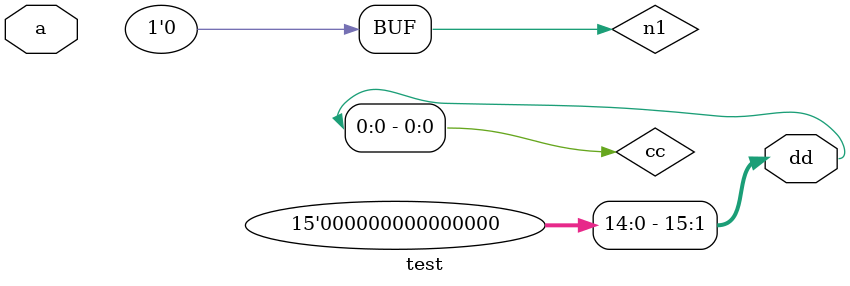
<source format=v>
module tu_test_mod(a,dd);
    input a;
    output [15:0] dd;
    wire n1;
    wire [15:0] n2;

    assign dd = cc;
    assign dd[7] = cc[9];
    assign dd[8] = n1;
    
    tu_test_ins T1 ( .A(n1), .B(n2[3]));
    tu_test_ins T2 ( .B(n2[3]));

endmodule
module test(a,dd);
    input a;
    output [15:0] dd;
    wire n1;
    wire [15:0] n2;

    assign dd = cc;
    assign dd[7] = cc[9];
    assign dd[8] = n1; // only signal net
    // assign dd[7:0] = cc[9:2]; // never appeared
    // assign dd[7:0] = {cc[9:1], n2}; // never appeared
    
    tu_test_ins T1 ( .A(n1), .B(n2[3]));
    tu_test_ins T2 ( .B(n2[3]));
    tu_test_mod M1 ( .A(n1));
    tu_test_mod M2 ( .B(n2[5]));
    tu_test_mod M3 ( .C({n1, dd[4], n2[15:0]}));
    tu_test_mod M4 ( .D(n7[7:0])); //question! and 2
    //2 and 4 has been detected (NAME range was detected twice) but not push_back

endmodule
</source>
